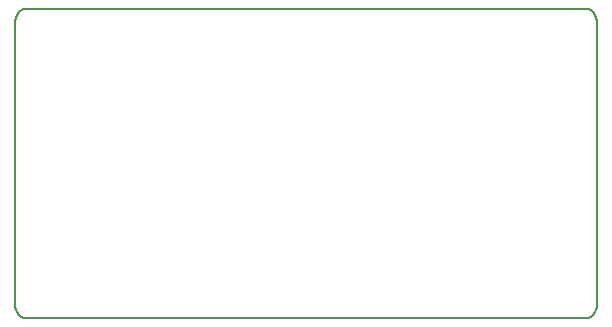
<source format=gko>
G04*
G04 #@! TF.GenerationSoftware,Altium Limited,Altium Designer,19.0.12 (326)*
G04*
G04 Layer_Color=16711935*
%FSLAX25Y25*%
%MOIN*%
G70*
G01*
G75*
%ADD12C,0.00591*%
D12*
X342126Y231890D02*
X342260Y230871D01*
X342653Y229921D01*
X343279Y229106D01*
X344094Y228480D01*
X345044Y228087D01*
X346063Y227953D01*
X531890D02*
X532909Y228087D01*
X533858Y228480D01*
X534674Y229106D01*
X535299Y229921D01*
X535693Y230871D01*
X535827Y231890D01*
Y327165D02*
X535693Y328184D01*
X535299Y329134D01*
X534674Y329949D01*
X533858Y330575D01*
X532909Y330968D01*
X531890Y331102D01*
X346063D02*
X345044Y330968D01*
X344094Y330575D01*
X343279Y329949D01*
X342653Y329134D01*
X342260Y328184D01*
X342126Y327165D01*
X346063Y227953D02*
X531890Y227953D01*
X342126Y231890D02*
Y327165D01*
X346063Y227953D02*
X346063D01*
X531890D02*
X531890D01*
X535827Y231890D02*
Y327165D01*
X346063Y331102D02*
X531890D01*
M02*

</source>
